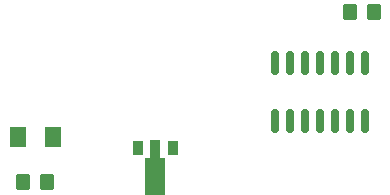
<source format=gbr>
%TF.GenerationSoftware,KiCad,Pcbnew,6.0.9-8da3e8f707~117~ubuntu22.04.1*%
%TF.CreationDate,2022-12-01T02:03:48-04:00*%
%TF.ProjectId,rix,7269782e-6b69-4636-9164-5f7063625858,rev?*%
%TF.SameCoordinates,Original*%
%TF.FileFunction,Paste,Top*%
%TF.FilePolarity,Positive*%
%FSLAX46Y46*%
G04 Gerber Fmt 4.6, Leading zero omitted, Abs format (unit mm)*
G04 Created by KiCad (PCBNEW 6.0.9-8da3e8f707~117~ubuntu22.04.1) date 2022-12-01 02:03:48*
%MOMM*%
%LPD*%
G01*
G04 APERTURE LIST*
G04 Aperture macros list*
%AMRoundRect*
0 Rectangle with rounded corners*
0 $1 Rounding radius*
0 $2 $3 $4 $5 $6 $7 $8 $9 X,Y pos of 4 corners*
0 Add a 4 corners polygon primitive as box body*
4,1,4,$2,$3,$4,$5,$6,$7,$8,$9,$2,$3,0*
0 Add four circle primitives for the rounded corners*
1,1,$1+$1,$2,$3*
1,1,$1+$1,$4,$5*
1,1,$1+$1,$6,$7*
1,1,$1+$1,$8,$9*
0 Add four rect primitives between the rounded corners*
20,1,$1+$1,$2,$3,$4,$5,0*
20,1,$1+$1,$4,$5,$6,$7,0*
20,1,$1+$1,$6,$7,$8,$9,0*
20,1,$1+$1,$8,$9,$2,$3,0*%
%AMFreePoly0*
4,1,9,3.862500,-0.866500,0.737500,-0.866500,0.737500,-0.450000,-0.737500,-0.450000,-0.737500,0.450000,0.737500,0.450000,0.737500,0.866500,3.862500,0.866500,3.862500,-0.866500,3.862500,-0.866500,$1*%
G04 Aperture macros list end*
%ADD10RoundRect,0.250000X-0.350000X-0.450000X0.350000X-0.450000X0.350000X0.450000X-0.350000X0.450000X0*%
%ADD11RoundRect,0.250001X0.462499X0.624999X-0.462499X0.624999X-0.462499X-0.624999X0.462499X-0.624999X0*%
%ADD12RoundRect,0.150000X0.150000X-0.825000X0.150000X0.825000X-0.150000X0.825000X-0.150000X-0.825000X0*%
%ADD13R,0.900000X1.300000*%
%ADD14FreePoly0,270.000000*%
%ADD15RoundRect,0.250000X0.350000X0.450000X-0.350000X0.450000X-0.350000X-0.450000X0.350000X-0.450000X0*%
G04 APERTURE END LIST*
D10*
%TO.C,R2*%
X113000000Y-72000000D03*
X115000000Y-72000000D03*
%TD*%
D11*
%TO.C,D1*%
X87847500Y-82550000D03*
X84872500Y-82550000D03*
%TD*%
D12*
%TO.C,U1*%
X106680000Y-81215000D03*
X107950000Y-81215000D03*
X109220000Y-81215000D03*
X110490000Y-81215000D03*
X111760000Y-81215000D03*
X113030000Y-81215000D03*
X114300000Y-81215000D03*
X114300000Y-76265000D03*
X113030000Y-76265000D03*
X111760000Y-76265000D03*
X110490000Y-76265000D03*
X109220000Y-76265000D03*
X107950000Y-76265000D03*
X106680000Y-76265000D03*
%TD*%
D13*
%TO.C,U2*%
X98020000Y-83440000D03*
D14*
X96520000Y-83527500D03*
D13*
X95020000Y-83440000D03*
%TD*%
D15*
%TO.C,R3*%
X87360000Y-86360000D03*
X85360000Y-86360000D03*
%TD*%
M02*

</source>
